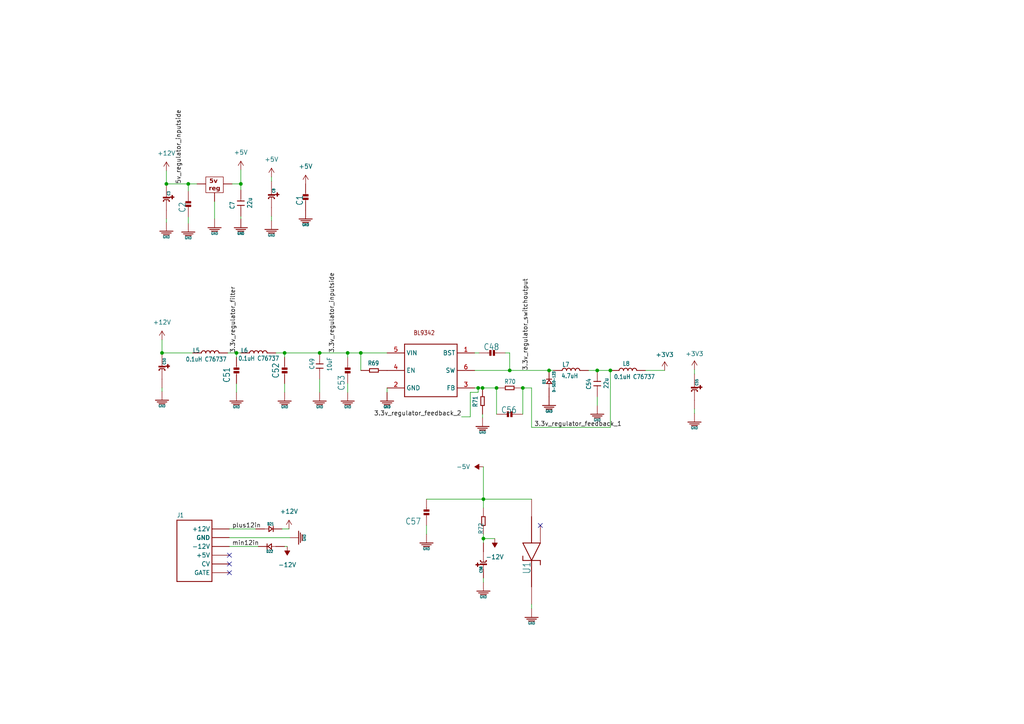
<source format=kicad_sch>
(kicad_sch (version 20221206) (generator eeschema)
  (paper "A4")
  (lib_symbols
    (symbol "TINRS - Wobbler (pico)sch-eagle-import:BL9342"
      (symbol "BL9342_1_0"
        (polyline (pts (xy -7.62 -7.62) (xy -7.62 7.62)) (stroke (width 0.254)))
        (polyline (pts (xy -7.62 7.62) (xy 7.62 7.62)) (stroke (width 0.254)))
        (polyline (pts (xy 7.62 -7.62) (xy -7.62 -7.62)) (stroke (width 0.254)))
        (polyline (pts (xy 7.62 7.62) (xy 7.62 -7.62)) (stroke (width 0.254)))
        (text "BL9342" (at -5.08 10.16 0) (effects (font (size 1.27 1.0795)) (justify left bottom)))
        (pin bidirectional line (at 12.7 5.08 180) (length 5.08) (name "BST") (number "1"))
        (pin bidirectional line (at -12.7 -5.08 0) (length 5.08) (name "GND") (number "2"))
        (pin bidirectional line (at 12.7 -5.08 180) (length 5.08) (name "FB") (number "3"))
        (pin bidirectional line (at -12.7 0 0) (length 5.08) (name "EN") (number "4"))
        (pin bidirectional line (at -12.7 5.08 0) (length 5.08) (name "VIN") (number "5"))
        (pin bidirectional line (at 12.7 0 180) (length 5.08) (name "SW") (number "6"))
      )
    )
    (symbol "TINRS - Wobbler (pico)sch-eagle-import:C-0805"
      (property "Reference" "C" (at -3.81 0 0))
      (property "Value" "C-0805" (at 0 0 0))
      (symbol "C-0805_1_0"
        (polyline (pts (xy -1.27 0) (xy -0.635 0)) (stroke (width 0.1524)))
        (polyline (pts (xy -0.635 -1.016) (xy -0.635 0)) (stroke (width 0.254)))
        (polyline (pts (xy -0.635 0) (xy -0.635 1.016)) (stroke (width 0.254)))
        (polyline (pts (xy 0.635 0) (xy 0.635 -1.016)) (stroke (width 0.254)))
        (polyline (pts (xy 0.635 0) (xy 1.27 0)) (stroke (width 0.1524)))
        (polyline (pts (xy 0.635 1.016) (xy 0.635 0)) (stroke (width 0.254)))
        (pin passive line (at -3.81 0 0) (length 2.54) (name "1") (number "1"))
        (pin passive line (at 3.81 0 180) (length 2.54) (name "2") (number "2"))
      )
    )
    (symbol "TINRS - Wobbler (pico)sch-eagle-import:C-EUC0402"
      (property "Reference" "C" (at 1.524 0.381 0))
      (property "Value" "C-EUC0402" (at 1.524 -4.699 0))
      (symbol "C-EUC0402_1_0"
        (rectangle (start -0.762 -2.032) (end 0.762 -1.524) (fill (type outline)))
        (rectangle (start -0.762 -1.016) (end 0.762 -0.508) (fill (type outline)))
        (polyline (pts (xy 0 -2.54) (xy 0 -2.032)) (stroke (width 0.1524)))
        (polyline (pts (xy 0 0) (xy 0 -0.508)) (stroke (width 0.1524)))
        (pin passive line (at 0 2.54 270) (length 2.54) (name "1") (number "1"))
        (pin passive line (at 0 -5.08 90) (length 2.54) (name "2") (number "2"))
      )
    )
    (symbol "TINRS - Wobbler (pico)sch-eagle-import:C-POLAR-A"
      (property "Reference" "C" (at -1.651 0.254 0))
      (property "Value" "C-POLAR-A" (at 0.762 0.254 0))
      (symbol "C-POLAR-A_1_0"
        (rectangle (start -1.778 1.5875) (end -0.6985 1.778) (fill (type outline)))
        (rectangle (start -1.7145 1.651) (end -0.762 1.778) (fill (type outline)))
        (rectangle (start -1.3335 1.143) (end -1.143 1.2065) (fill (type outline)))
        (rectangle (start -1.3335 1.2065) (end -1.2065 2.2225) (fill (type outline)))
        (rectangle (start -1.27 -0.9525) (end -0.9525 0.9525) (fill (type outline)))
        (rectangle (start -1.2065 1.2065) (end -1.143 2.2225) (fill (type outline)))
        (arc (start -0.508 -0.4445) (mid -0.3964 -0.7139) (end -0.127 -0.8255) (stroke (width 0.254)))
        (rectangle (start -0.127 -0.9525) (end 0 -0.6985) (fill (type outline)))
        (rectangle (start -0.127 0.6985) (end 0 0.889) (fill (type outline)))
        (arc (start -0.127 0.8255) (mid -0.3963 0.7138) (end -0.508 0.4445) (stroke (width 0.254)))
        (rectangle (start -0.127 0.889) (end 0 0.9525) (fill (type outline)))
        (polyline (pts (xy -1.27 0) (xy -2.54 0)) (stroke (width 0.1524)))
        (polyline (pts (xy -0.508 0) (xy 2.54 0)) (stroke (width 0.1524)))
        (polyline (pts (xy -0.508 0.4445) (xy -0.508 -0.4445)) (stroke (width 0.254)))
        (pin bidirectional line (at -5.08 0 0) (length 2.54) (name "1") (number "+"))
        (pin bidirectional line (at 5.08 0 180) (length 2.54) (name "2") (number "-"))
      )
    )
    (symbol "TINRS - Wobbler (pico)sch-eagle-import:D-SMA"
      (property "Reference" "D" (at 0.508 1.016 0))
      (property "Value" "D-SMA" (at 0.508 -1.016 0))
      (symbol "D-SMA_1_0"
        (polyline (pts (xy -1.27 0) (xy 0 0)) (stroke (width 0.1524)))
        (polyline (pts (xy 0 -0.762) (xy 0 0)) (stroke (width 0.254)))
        (polyline (pts (xy 0 -0.762) (xy 1.016 0)) (stroke (width 0.254)))
        (polyline (pts (xy 0 0) (xy 0 0.762)) (stroke (width 0.254)))
        (polyline (pts (xy 0 0.762) (xy 1.016 0)) (stroke (width 0.254)))
        (polyline (pts (xy 1.27 0.762) (xy 1.27 -0.762)) (stroke (width 0.254)))
        (pin passive line (at -3.81 0 0) (length 2.54) (name "+") (number "1"))
        (pin passive line (at 3.81 0 180) (length 2.54) (name "-") (number "2"))
      )
    )
    (symbol "TINRS - Wobbler (pico)sch-eagle-import:D-SOD-123"
      (property "Reference" "D" (at 0.508 1.016 0))
      (property "Value" "D-SOD-123" (at 0.508 -1.016 0))
      (symbol "D-SOD-123_1_0"
        (polyline (pts (xy -1.27 0) (xy 0 0)) (stroke (width 0.1524)))
        (polyline (pts (xy 0 -0.762) (xy 0 0)) (stroke (width 0.254)))
        (polyline (pts (xy 0 -0.762) (xy 1.016 0)) (stroke (width 0.254)))
        (polyline (pts (xy 0 0) (xy 0 0.762)) (stroke (width 0.254)))
        (polyline (pts (xy 0 0.762) (xy 1.016 0)) (stroke (width 0.254)))
        (polyline (pts (xy 1.27 0.762) (xy 1.27 -0.762)) (stroke (width 0.254)))
        (pin passive line (at -3.81 0 0) (length 2.54) (name "+") (number "+"))
        (pin passive line (at 3.81 0 180) (length 2.54) (name "-") (number "-"))
      )
    )
    (symbol "TINRS - Wobbler (pico)sch-eagle-import:GND" (power)
      (property "Value" "GND" (at 0 -1.27 0))
      (symbol "GND_1_0"
        (polyline (pts (xy -1.905 0) (xy 1.905 0)) (stroke (width 0.254)))
        (polyline (pts (xy -1.397 -0.508) (xy 1.397 -0.508)) (stroke (width 0.254)))
        (polyline (pts (xy -0.889 -1.016) (xy 0.889 -1.016)) (stroke (width 0.254)))
        (pin power_in line (at 0 2.54 270) (length 2.54) (name "GND") (number "1"))
      )
    )
    (symbol "TINRS - Wobbler (pico)sch-eagle-import:L-0805"
      (property "Reference" "L" (at -5.08 0 0))
      (property "Value" "L-0805" (at 2.54 0 0))
      (symbol "L-0805_1_0"
        (arc (start -1.27 0) (mid -1.905 0.6323) (end -2.54 0) (stroke (width 0.254)))
        (arc (start 0 0) (mid -0.635 0.6323) (end -1.27 0) (stroke (width 0.254)))
        (arc (start 1.27 0) (mid 0.635 0.6323) (end 0 0) (stroke (width 0.254)))
        (arc (start 2.54 0) (mid 1.905 0.6323) (end 1.27 0) (stroke (width 0.254)))
        (pin passive line (at -5.08 0 0) (length 2.54) (name "1") (number "1"))
        (pin passive line (at 5.08 0 180) (length 2.54) (name "2") (number "2"))
      )
    )
    (symbol "TINRS - Wobbler (pico)sch-eagle-import:L-SPD3D16-4R7M"
      (property "Reference" "L" (at -5.08 0 0))
      (property "Value" "L-SPD3D16-4R7M" (at 2.54 0 0))
      (symbol "L-SPD3D16-4R7M_1_0"
        (arc (start -1.27 0) (mid -1.905 0.6323) (end -2.54 0) (stroke (width 0.254)))
        (arc (start 0 0) (mid -0.635 0.6323) (end -1.27 0) (stroke (width 0.254)))
        (arc (start 1.27 0) (mid 0.635 0.6323) (end 0 0) (stroke (width 0.254)))
        (arc (start 2.54 0) (mid 1.905 0.6323) (end 1.27 0) (stroke (width 0.254)))
        (pin passive line (at -5.08 0 0) (length 2.54) (name "1") (number "1"))
        (pin passive line (at 5.08 0 180) (length 2.54) (name "2") (number "2"))
      )
    )
    (symbol "TINRS - Wobbler (pico)sch-eagle-import:LM4040DIM3-5.0"
      (property "Reference" "U" (at -4.826 2.7686 0))
      (property "Value" "LM4040DIM3-5.0" (at -5.5372 -8.3312 0))
      (symbol "LM4040DIM3-5.0_1_0"
        (polyline (pts (xy -2.54 -5.08) (xy -3.81 -5.08)) (stroke (width 0.254)))
        (polyline (pts (xy -2.54 -5.08) (xy -2.54 -2.54)) (stroke (width 0.254)))
        (polyline (pts (xy -2.54 -2.54) (xy -10.16 -2.54)) (stroke (width 0.254)))
        (polyline (pts (xy -2.54 -2.54) (xy -2.54 0)) (stroke (width 0.254)))
        (polyline (pts (xy -2.54 -2.54) (xy 2.54 -5.08)) (stroke (width 0.254)))
        (polyline (pts (xy -2.54 0) (xy -1.27 0)) (stroke (width 0.254)))
        (polyline (pts (xy 2.54 -5.08) (xy 2.54 -2.54)) (stroke (width 0.254)))
        (polyline (pts (xy 2.54 -2.54) (xy 2.54 0)) (stroke (width 0.254)))
        (polyline (pts (xy 2.54 0) (xy -2.54 -2.54)) (stroke (width 0.254)))
        (polyline (pts (xy 10.16 -2.54) (xy 2.54 -2.54)) (stroke (width 0.254)))
        (pin passive line (at -15.24 -2.54 0) (length 5.08) (name "CATHODE") (number "1"))
        (pin passive line (at 15.24 -2.54 180) (length 5.08) (name "ANODE") (number "2"))
        (pin passive line (at 7.62 -5.08 180) (length 5.08) (name "NC") (number "3"))
      )
    )
    (symbol "TINRS - Wobbler (pico)sch-eagle-import:POWERSHROUDED"
      (property "Reference" "J" (at -5.08 8.382 0))
      (symbol "POWERSHROUDED_1_0"
        (polyline (pts (xy -5.08 -10.16) (xy 5.08 -10.16)) (stroke (width 0.254)))
        (polyline (pts (xy -5.08 7.62) (xy -5.08 -10.16)) (stroke (width 0.254)))
        (polyline (pts (xy 5.08 -10.16) (xy 5.08 7.62)) (stroke (width 0.254)))
        (polyline (pts (xy 5.08 7.62) (xy -5.08 7.62)) (stroke (width 0.254)))
        (pin bidirectional line (at 10.16 0 180) (length 5.08) (name "-12V") (number "1"))
        (pin bidirectional line (at 10.16 5.08 180) (length 5.08) (name "+12V") (number "10"))
        (pin bidirectional line (at 10.16 -2.54 180) (length 5.08) (name "+5V") (number "11"))
        (pin bidirectional line (at 10.16 -2.54 180) (length 5.08) (name "+5V") (number "12"))
        (pin bidirectional line (at 10.16 -5.08 180) (length 5.08) (name "CV") (number "13"))
        (pin bidirectional line (at 10.16 -5.08 180) (length 5.08) (name "CV") (number "14"))
        (pin bidirectional line (at 10.16 -7.62 180) (length 5.08) (name "GATE") (number "15"))
        (pin bidirectional line (at 10.16 -7.62 180) (length 5.08) (name "GATE") (number "16"))
        (pin bidirectional line (at 10.16 0 180) (length 5.08) (name "-12V") (number "2"))
        (pin bidirectional line (at 10.16 2.54 180) (length 5.08) (name "GND") (number "3"))
        (pin bidirectional line (at 10.16 2.54 180) (length 5.08) (name "GND") (number "4"))
        (pin bidirectional line (at 10.16 2.54 180) (length 5.08) (name "GND") (number "5"))
        (pin bidirectional line (at 10.16 2.54 180) (length 5.08) (name "GND") (number "6"))
        (pin bidirectional line (at 10.16 2.54 180) (length 5.08) (name "GND") (number "7"))
        (pin bidirectional line (at 10.16 2.54 180) (length 5.08) (name "GND") (number "8"))
        (pin bidirectional line (at 10.16 5.08 180) (length 5.08) (name "+12V") (number "9"))
      )
    )
    (symbol "TINRS - Wobbler (pico)sch-eagle-import:R-0603"
      (property "Reference" "R" (at -3.81 0 0))
      (property "Value" "R-0603" (at 2.54 0 0))
      (symbol "R-0603_1_0"
        (polyline (pts (xy -1.27 -0.508) (xy -1.27 0.508)) (stroke (width 0.254)))
        (polyline (pts (xy -1.27 0.508) (xy 1.27 0.508)) (stroke (width 0.254)))
        (polyline (pts (xy 1.27 -0.508) (xy -1.27 -0.508)) (stroke (width 0.254)))
        (polyline (pts (xy 1.27 0.508) (xy 1.27 -0.508)) (stroke (width 0.254)))
        (pin passive line (at -3.81 0 0) (length 2.54) (name "1") (number "1"))
        (pin passive line (at 3.81 0 180) (length 2.54) (name "2") (number "2"))
      )
    )
    (symbol "TiNRS_Eagle:HT7550-1"
      (symbol "HT7550-1_0_1"
        (rectangle (start -2.54 2.032) (end 2.54 -2.54))
        (text "5v \nreg\n" (at 0 -0.254 0) (effects (font (size 1.27 1.27) bold)))
      )
      (symbol "HT7550-1_1_0"
        (pin bidirectional line (at 0 -5.08 90) (length 2.54) (name "GND") (number "1"))
        (pin input line (at -5.08 0 0) (length 2.54) (name "IN") (number "2"))
        (pin output line (at 5.08 0 180) (length 2.54) (name "OUT") (number "3"))
      )
    )
    (symbol "power:+12V" (power) (pin_names (offset 0))
      (property "Value" "+12V" (at 0 3.556 0))
      (symbol "+12V_0_1"
        (polyline (pts (xy -0.762 1.27) (xy 0 2.54)))
        (polyline (pts (xy 0 0) (xy 0 2.54)))
        (polyline (pts (xy 0 2.54) (xy 0.762 1.27)))
      )
      (symbol "+12V_1_1"
        (pin power_in line (at 0 0 90) (length 0) hide (name "+12V") (number "1"))
      )
    )
    (symbol "power:+3.3V" (power) (pin_names (offset 0))
      (property "Value" "+3.3V" (at 0 3.556 0))
      (symbol "+3.3V_0_1"
        (polyline (pts (xy -0.762 1.27) (xy 0 2.54)))
        (polyline (pts (xy 0 0) (xy 0 2.54)))
        (polyline (pts (xy 0 2.54) (xy 0.762 1.27)))
      )
      (symbol "+3.3V_1_1"
        (pin power_in line (at 0 0 90) (length 0) hide (name "+3V3") (number "1"))
      )
    )
    (symbol "power:+5V" (power) (pin_names (offset 0))
      (property "Value" "+5V" (at 0 3.556 0))
      (symbol "+5V_0_1"
        (polyline (pts (xy -0.762 1.27) (xy 0 2.54)))
        (polyline (pts (xy 0 0) (xy 0 2.54)))
        (polyline (pts (xy 0 2.54) (xy 0.762 1.27)))
      )
      (symbol "+5V_1_1"
        (pin power_in line (at 0 0 90) (length 0) hide (name "+5V") (number "1"))
      )
    )
    (symbol "power:-12V" (power) (pin_names (offset 0))
      (property "Value" "-12V" (at 0 3.81 0))
      (symbol "-12V_0_0"
        (pin power_in line (at 0 0 90) (length 0) hide (name "-12V") (number "1"))
      )
      (symbol "-12V_0_1"
        (polyline (pts (xy 0 0) (xy 0 1.27) (xy 0.762 1.27) (xy 0 2.54) (xy -0.762 1.27) (xy 0 1.27)) (fill (type outline)))
      )
    )
    (symbol "power:-5V" (power) (pin_names (offset 0))
      (property "Value" "-5V" (at 0 3.81 0))
      (symbol "-5V_0_0"
        (pin power_in line (at 0 0 90) (length 0) hide (name "-5V") (number "1"))
      )
      (symbol "-5V_0_1"
        (polyline (pts (xy 0 0) (xy 0 1.27) (xy 0.762 1.27) (xy 0 2.54) (xy -0.762 1.27) (xy 0 1.27)) (fill (type outline)))
      )
    )
  )
  (junction (at 92.71 102.362))
  (junction (at 82.55 102.362))
  (junction (at 140.208 144.78))
  (junction (at 147.828 107.442))
  (junction (at 173.228 107.442))
  (junction (at 48.26 53.34))
  (junction (at 69.85 53.34))
  (junction (at 54.61 53.34))
  (junction (at 100.838 102.362))
  (junction (at 68.58 102.362))
  (junction (at 177.038 107.442))
  (junction (at 140.208 156.21))
  (junction (at 46.99 102.362))
  (junction (at 159.258 107.442))
  (junction (at 104.648 102.362))
  (junction (at 138.684 112.522))
  (junction (at 139.954 112.522))
  (junction (at 151.638 112.522))
  (junction (at 144.018 112.522))
  (no_connect (at 66.548 161.036))
  (no_connect (at 66.548 166.116))
  (no_connect (at 66.548 163.576))
  (no_connect (at 156.718 152.4))
  (wire (pts (xy 69.85 53.34) (xy 69.85 55.118)))
  (wire (pts (xy 100.838 103.632) (xy 100.838 102.362)))
  (wire (pts (xy 123.698 154.94) (xy 123.698 152.4)))
  (wire (pts (xy 139.954 112.522) (xy 144.018 112.522)))
  (wire (pts (xy 48.26 64.516) (xy 48.26 63.5)))
  (wire (pts (xy 82.55 102.362) (xy 92.71 102.362)))
  (wire (pts (xy 151.638 120.142) (xy 151.638 112.522)))
  (wire (pts (xy 137.668 112.522) (xy 138.684 112.522)))
  (wire (pts (xy 74.93 158.496) (xy 66.548 158.496)))
  (wire (pts (xy 78.74 51.308) (xy 78.74 52.578)))
  (wire (pts (xy 68.58 103.632) (xy 68.58 102.362)))
  (wire (pts (xy 144.018 112.522) (xy 144.018 120.142)))
  (wire (pts (xy 81.788 153.416) (xy 83.82 153.416)))
  (wire (pts (xy 92.71 113.792) (xy 92.71 109.982)))
  (wire (pts (xy 154.178 123.952) (xy 154.178 112.522)))
  (wire (pts (xy 137.668 102.362) (xy 138.938 102.362)))
  (wire (pts (xy 48.26 49.53) (xy 48.26 53.34)))
  (wire (pts (xy 69.85 62.738) (xy 69.85 63.5)))
  (wire (pts (xy 66.04 102.362) (xy 68.58 102.362)))
  (wire (pts (xy 104.648 102.362) (xy 112.268 102.362)))
  (wire (pts (xy 67.31 53.34) (xy 69.85 53.34)))
  (wire (pts (xy 140.208 144.78) (xy 123.698 144.78)))
  (wire (pts (xy 54.61 53.34) (xy 57.15 53.34)))
  (wire (pts (xy 187.198 107.442) (xy 192.786 107.442)))
  (wire (pts (xy 201.422 107.188) (xy 201.422 108.458)))
  (wire (pts (xy 140.208 167.64) (xy 140.208 168.91)))
  (wire (pts (xy 177.038 123.952) (xy 154.178 123.952)))
  (wire (pts (xy 82.55 158.496) (xy 83.312 158.496)))
  (wire (pts (xy 136.398 113.792) (xy 138.684 113.792)))
  (wire (pts (xy 170.688 107.442) (xy 173.228 107.442)))
  (wire (pts (xy 46.99 113.538) (xy 46.99 112.522)))
  (wire (pts (xy 68.58 113.792) (xy 68.58 111.252)))
  (wire (pts (xy 147.828 107.442) (xy 159.258 107.442)))
  (wire (pts (xy 100.838 113.792) (xy 100.838 111.252)))
  (wire (pts (xy 173.228 117.602) (xy 173.228 115.062)))
  (wire (pts (xy 140.208 144.78) (xy 154.178 144.78)))
  (wire (pts (xy 80.01 102.362) (xy 82.55 102.362)))
  (wire (pts (xy 173.228 107.442) (xy 177.038 107.442)))
  (wire (pts (xy 138.684 113.792) (xy 138.684 112.522)))
  (wire (pts (xy 154.178 176.53) (xy 154.178 175.26)))
  (wire (pts (xy 68.58 102.362) (xy 69.85 102.362)))
  (wire (pts (xy 46.99 98.552) (xy 46.99 102.362)))
  (wire (pts (xy 82.55 103.632) (xy 82.55 102.362)))
  (wire (pts (xy 146.558 102.362) (xy 147.828 102.362)))
  (wire (pts (xy 140.208 156.21) (xy 143.51 156.21)))
  (wire (pts (xy 54.61 55.372) (xy 54.61 53.34)))
  (wire (pts (xy 62.23 63.5) (xy 62.23 58.42)))
  (wire (pts (xy 177.038 107.442) (xy 177.038 123.952)))
  (wire (pts (xy 48.26 53.34) (xy 54.61 53.34)))
  (wire (pts (xy 100.838 102.362) (xy 104.648 102.362)))
  (wire (pts (xy 46.99 102.362) (xy 55.88 102.362)))
  (wire (pts (xy 82.55 113.792) (xy 82.55 111.252)))
  (wire (pts (xy 140.208 147.32) (xy 140.208 144.78)))
  (wire (pts (xy 139.954 121.158) (xy 139.954 120.142)))
  (wire (pts (xy 140.208 156.21) (xy 140.208 157.48)))
  (wire (pts (xy 133.858 120.904) (xy 136.398 120.904)))
  (wire (pts (xy 138.684 112.522) (xy 139.954 112.522)))
  (wire (pts (xy 147.828 102.362) (xy 147.828 107.442)))
  (wire (pts (xy 66.548 153.416) (xy 74.168 153.416)))
  (wire (pts (xy 136.398 120.904) (xy 136.398 113.792)))
  (wire (pts (xy 69.85 49.276) (xy 69.85 53.34)))
  (wire (pts (xy 140.208 135.382) (xy 140.208 144.78)))
  (wire (pts (xy 78.74 64.008) (xy 78.74 62.738)))
  (wire (pts (xy 112.268 112.522) (xy 112.268 113.792)))
  (wire (pts (xy 54.61 64.77) (xy 54.61 62.992)))
  (wire (pts (xy 140.208 156.21) (xy 140.208 154.94)))
  (wire (pts (xy 66.548 155.956) (xy 84.074 155.956)))
  (wire (pts (xy 92.71 102.362) (xy 100.838 102.362)))
  (wire (pts (xy 201.422 119.888) (xy 201.422 118.618)))
  (wire (pts (xy 159.258 107.442) (xy 160.528 107.442)))
  (wire (pts (xy 137.668 107.442) (xy 147.828 107.442)))
  (wire (pts (xy 104.648 102.362) (xy 104.648 107.442)))
  (wire (pts (xy 154.178 112.522) (xy 151.638 112.522)))
  (label "plus12in" (at 67.31 153.416 0))
  (label "3.3v_regulator_inputside" (at 97.282 102.362 90))
  (label "3.3v_regulator_feedback_2" (at 133.858 120.904 180))
  (label "3.3v_regulator_switchoutput" (at 153.416 107.442 90))
  (label "5v_regulator_inputside" (at 52.832 53.34 90))
  (label "3.3v_regulator_filter" (at 68.58 102.362 90))
  (label "min12in" (at 67.31 158.496 0))
  (label "3.3v_regulator_feedback_1" (at 154.94 123.952 0))
  (symbol (lib_id "power:-12V") (at 83.312 158.496 180) (unit 1)
    (property "Reference" "#PWR0106" (effects hide))
    (property "Value" "-12V" (at 83.312 163.83 0))
  )
  (symbol (lib_id "TINRS - Wobbler (pico)sch-eagle-import:GND") (at 159.258 117.602 0) (unit 1)
    (property "Reference" "#GND0110" (effects hide))
    (property "Value" "GND" (at 159.258 118.872 0) (effects (font (size 0.762 0.6477)) (justify top)))
  )
  (symbol (lib_id "TINRS - Wobbler (pico)sch-eagle-import:R-0603") (at 139.954 116.332 270) (unit 1)
    (property "Reference" "R71" (at 137.16 114.808 0) (effects (font (size 1.27 1.0795)) (justify left bottom)))
    (property "Value" "16.2k" (at 140.716 114.3 0) (effects (font (size 1.27 1.0795)) (justify left bottom)))
    (property "Footprint" "Resistor_SMD:R_0402_1005Metric" (effects hide))
    (property "Value" "unknown" (effects hide))
  )
  (symbol (lib_id "TINRS - Wobbler (pico)sch-eagle-import:C-0805") (at 173.228 111.252 90) (unit 1)
    (property "Reference" "C54" (at 171.45 113.03 0) (effects (font (size 1.27 1.0795)) (justify left bottom)))
    (property "Value" "22u" (at 176.53 112.776 0) (effects (font (size 1.27 1.0795)) (justify left bottom)))
    (property "Footprint" "Capacitor_SMD:C_0805_2012Metric" (effects hide))
  )
  (symbol (lib_id "power:+3.3V") (at 192.786 107.442 0) (unit 1)
    (property "Reference" "#PWR0102" (effects hide))
    (property "Value" "+3.3V" (at 192.786 102.87 0))
  )
  (symbol (lib_id "power:+12V") (at 83.82 153.416 0) (unit 1)
    (property "Reference" "#PWR0107" (effects hide))
    (property "Value" "+12V" (at 83.82 148.336 0))
  )
  (symbol (lib_id "power:-5V") (at 140.208 135.382 90) (unit 1)
    (property "Reference" "#PWR0105" (effects hide))
    (property "Value" "-5V" (at 136.398 135.3819 90) (effects (justify left)))
  )
  (symbol (lib_id "power:+3.3V") (at 201.422 107.188 0) (unit 1)
    (property "Reference" "#PWR0101" (effects hide))
    (property "Value" "+3.3V" (at 201.422 102.616 0))
  )
  (symbol (lib_id "TINRS - Wobbler (pico)sch-eagle-import:C-POLAR-A") (at 48.26 58.42 270) (unit 1)
    (property "Reference" "C3" (at 48.514 56.769 0) (effects (font (size 0.762 0.6477)) (justify right bottom)))
    (property "Value" "10uF" (at 48.514 59.182 0) (effects (font (size 0.762 0.6477)) (justify left bottom)))
    (property "Footprint" "TiNRS_Eagle_Footprints:CASE-A_3216" (effects hide))
    (property "Value" "197427" (effects hide))
  )
  (symbol (lib_id "TINRS - Wobbler (pico)sch-eagle-import:GND") (at 82.55 116.332 0) (unit 1)
    (property "Reference" "#GND0117" (effects hide))
    (property "Value" "GND" (at 82.55 117.602 0) (effects (font (size 0.762 0.6477)) (justify top)))
  )
  (symbol (lib_id "TINRS - Wobbler (pico)sch-eagle-import:GND") (at 139.954 123.698 0) (unit 1)
    (property "Reference" "#GND0101" (effects hide))
    (property "Value" "GND" (at 139.954 124.968 0) (effects (font (size 0.762 0.6477)) (justify top)))
  )
  (symbol (lib_id "power:+12V") (at 48.26 49.53 0) (unit 1)
    (property "Reference" "#PWR0110" (effects hide))
    (property "Value" "+12V" (at 48.26 44.45 0))
  )
  (symbol (lib_id "TINRS - Wobbler (pico)sch-eagle-import:D-SMA") (at 78.74 158.496 180) (unit 1)
    (property "Reference" "D22" (at 78.232 159.512 0) (effects (font (size 0.762 0.6477)) (justify bottom)))
    (property "Value" "C8678" (at 78.232 157.48 0) (effects (font (size 0.762 0.6477)) (justify top)))
    (property "Footprint" "DO-214AC" (effects hide))
    (property "Value" "D-SMA" (effects hide))
  )
  (symbol (lib_id "TINRS - Wobbler (pico)sch-eagle-import:GND") (at 48.26 67.056 0) (unit 1)
    (property "Reference" "#GND0124" (effects hide))
    (property "Value" "GND" (at 48.26 68.326 0) (effects (font (size 0.762 0.6477)) (justify top)))
  )
  (symbol (lib_id "TINRS - Wobbler (pico)sch-eagle-import:GND") (at 69.85 66.04 0) (unit 1)
    (property "Reference" "#GND0109" (effects hide))
    (property "Value" "GND" (at 69.85 67.31 0) (effects (font (size 0.762 0.6477)) (justify top)))
  )
  (symbol (lib_id "TINRS - Wobbler (pico)sch-eagle-import:GND") (at 54.61 67.31 0) (unit 1)
    (property "Reference" "#GND0112" (effects hide))
    (property "Value" "GND" (at 54.61 68.58 0) (effects (font (size 0.762 0.6477)) (justify top)))
  )
  (symbol (lib_id "power:+5V") (at 69.85 49.276 0) (unit 1)
    (property "Reference" "#PWR0103" (effects hide))
    (property "Value" "+5V" (at 69.85 44.196 0))
  )
  (symbol (lib_id "TINRS - Wobbler (pico)sch-eagle-import:C-0805") (at 92.71 106.172 90) (unit 1)
    (property "Reference" "C49" (at 91.186 107.188 0) (effects (font (size 1.27 1.0795)) (justify left bottom)))
    (property "Value" "10uF" (at 96.266 107.696 0) (effects (font (size 1.27 1.0795)) (justify left bottom)))
    (property "Footprint" "Capacitor_SMD:C_0805_2012Metric" (effects hide))
  )
  (symbol (lib_id "TINRS - Wobbler (pico)sch-eagle-import:GND") (at 201.422 122.428 0) (unit 1)
    (property "Reference" "#GND0105" (effects hide))
    (property "Value" "GND" (at 201.422 123.698 0) (effects (font (size 0.762 0.6477)) (justify top)))
  )
  (symbol (lib_id "TINRS - Wobbler (pico)sch-eagle-import:C-POLAR-A") (at 201.422 113.538 270) (unit 1)
    (property "Reference" "C55" (at 201.676 111.887 0) (effects (font (size 0.762 0.6477)) (justify right bottom)))
    (property "Value" "10uF" (at 201.676 114.3 0) (effects (font (size 0.762 0.6477)) (justify left bottom)))
    (property "Footprint" "TiNRS_Eagle_Footprints:CASE-A_3216" (effects hide))
    (property "Value" "197427" (effects hide))
  )
  (symbol (lib_id "TINRS - Wobbler (pico)sch-eagle-import:L-0805") (at 182.118 107.442 0) (unit 1)
    (property "Reference" "L8" (at 180.594 106.172 0) (effects (font (size 1.27 1.0795)) (justify left bottom)))
    (property "Value" "0.1uH C76737 " (at 178.054 109.982 0) (effects (font (size 1.27 1.0795)) (justify left bottom)))
    (property "Footprint" "Inductor_SMD:L_0805_2012Metric" (effects hide))
  )
  (symbol (lib_id "TINRS - Wobbler (pico)sch-eagle-import:C-EUC0402") (at 68.58 108.712 180) (unit 1)
    (property "Reference" "C51" (at 64.77 106.426 90) (effects (font (size 1.778 1.5113)) (justify left bottom)))
    (property "Value" "10n" (at 69.596 105.918 90) (effects (font (size 1.778 1.5113)) (justify left bottom)))
    (property "Footprint" "Capacitor_SMD:C_0402_1005Metric" (effects hide))
    (property "Value" "1759017" (effects hide))
  )
  (symbol (lib_id "TINRS - Wobbler (pico)sch-eagle-import:C-EUC0402") (at 149.098 120.142 270) (unit 1)
    (property "Reference" "C56" (at 145.288 119.888 90) (effects (font (size 1.778 1.5113)) (justify left bottom)))
    (property "Value" "33p" (at 145.796 124.206 90) (effects (font (size 1.778 1.5113)) (justify left bottom)))
    (property "Footprint" "Capacitor_SMD:C_0402_1005Metric" (effects hide))
    (property "Value" "1759017" (effects hide))
  )
  (symbol (lib_id "TINRS - Wobbler (pico)sch-eagle-import:D-SMA") (at 77.978 153.416 0) (unit 1)
    (property "Reference" "D21" (at 78.486 152.4 0) (effects (font (size 0.762 0.6477)) (justify bottom)))
    (property "Value" "C8678" (at 78.486 154.432 0) (effects (font (size 0.762 0.6477)) (justify top)))
    (property "Footprint" "DO-214AC" (effects hide))
    (property "Value" "D-SMA" (effects hide))
  )
  (symbol (lib_id "TINRS - Wobbler (pico)sch-eagle-import:GND") (at 140.208 171.45 0) (unit 1)
    (property "Reference" "#GND0106" (effects hide))
    (property "Value" "GND" (at 140.208 172.72 0) (effects (font (size 0.762 0.6477)) (justify top)))
  )
  (symbol (lib_id "TINRS - Wobbler (pico)sch-eagle-import:C-EUC0402") (at 88.646 55.88 0) (unit 1)
    (property "Reference" "C1" (at 87.884 59.69 90) (effects (font (size 1.778 1.5113)) (justify left bottom)))
    (property "Value" "100nF" (at 92.456 60.198 90) (effects (font (size 1.778 1.5113)) (justify left bottom)))
    (property "Footprint" "Capacitor_SMD:C_0402_1005Metric" (effects hide))
    (property "Value" "1759017" (effects hide))
  )
  (symbol (lib_id "TINRS - Wobbler (pico)sch-eagle-import:R-0603") (at 140.208 151.13 90) (unit 1)
    (property "Reference" "R72" (at 140.208 154.94 0) (effects (font (size 1.27 1.0795)) (justify left bottom)))
    (property "Value" "10k" (at 140.208 148.59 0) (effects (font (size 1.27 1.0795)) (justify left bottom)))
    (property "Footprint" "Resistor_SMD:R_0402_1005Metric" (effects hide))
    (property "Value" "unknown" (effects hide))
  )
  (symbol (lib_id "TINRS - Wobbler (pico)sch-eagle-import:GND") (at 112.268 116.332 0) (unit 1)
    (property "Reference" "#GND0102" (effects hide))
    (property "Value" "GND" (at 112.268 117.602 0) (effects (font (size 0.762 0.6477)) (justify top)))
  )
  (symbol (lib_id "TINRS - Wobbler (pico)sch-eagle-import:R-0603") (at 147.828 112.522 180) (unit 1)
    (property "Reference" "R70" (at 149.606 109.982 0) (effects (font (size 1.27 1.0795)) (justify left bottom)))
    (property "Value" "49.9k" (at 150.114 113.538 0) (effects (font (size 1.27 1.0795)) (justify left bottom)))
    (property "Footprint" "Resistor_SMD:R_0402_1005Metric" (effects hide))
    (property "Value" "unknown" (effects hide))
  )
  (symbol (lib_id "TINRS - Wobbler (pico)sch-eagle-import:GND") (at 123.698 157.48 0) (unit 1)
    (property "Reference" "#GND0119" (effects hide))
    (property "Value" "GND" (at 123.698 158.75 0) (effects (font (size 0.762 0.6477)) (justify top)))
  )
  (symbol (lib_id "TINRS - Wobbler (pico)sch-eagle-import:D-SOD-123") (at 159.258 111.252 90) (unit 1)
    (property "Reference" "D3" (at 158.242 110.744 0) (effects (font (size 0.762 0.6477)) (justify bottom)))
    (property "Value" "D-SOD-123" (at 160.274 110.744 0) (effects (font (size 0.762 0.6477)) (justify top)))
    (property "Footprint" "TiNRS_Eagle_Footprints:SOD123" (effects hide))
  )
  (symbol (lib_id "TINRS - Wobbler (pico)sch-eagle-import:C-EUC0402") (at 123.698 149.86 180) (unit 1)
    (property "Reference" "C57" (at 122.174 150.241 0) (effects (font (size 1.778 1.5113)) (justify left bottom)))
    (property "Value" "100nF" (at 122.174 145.161 0) (effects (font (size 1.778 1.5113)) (justify left bottom)))
    (property "Footprint" "Capacitor_SMD:C_0402_1005Metric" (effects hide))
    (property "Value" "1301804" (effects hide))
  )
  (symbol (lib_id "TINRS - Wobbler (pico)sch-eagle-import:GND") (at 92.71 116.332 0) (unit 1)
    (property "Reference" "#GND0115" (effects hide))
    (property "Value" "GND" (at 92.71 117.602 0) (effects (font (size 0.762 0.6477)) (justify top)))
  )
  (symbol (lib_id "TINRS - Wobbler (pico)sch-eagle-import:C-EUC0402") (at 82.55 108.712 180) (unit 1)
    (property "Reference" "C52" (at 78.994 105.156 90) (effects (font (size 1.778 1.5113)) (justify left bottom)))
    (property "Value" "100nF" (at 83.566 104.394 90) (effects (font (size 1.778 1.5113)) (justify left bottom)))
    (property "Footprint" "Capacitor_SMD:C_0402_1005Metric" (effects hide))
    (property "Value" "1759017" (effects hide))
  )
  (symbol (lib_id "TINRS - Wobbler (pico)sch-eagle-import:LM4040DIM3-5.0") (at 151.638 160.02 90) (unit 1)
    (property "Reference" "U1" (at 153.924 166.624 0) (effects (font (size 2.0828 1.7703)) (justify left bottom)))
    (property "Value" "LM4040DIM3-5.0" (at 161.798 168.656 0) (effects (font (size 2.0828 1.7703)) (justify left bottom)))
    (property "Footprint" "TINRS - Wobbler (pico)sch:SOT95P237X112-3N" (effects hide))
    (property "Value" "9778330" (effects hide))
  )
  (symbol (lib_id "TINRS - Wobbler (pico)sch-eagle-import:L-0805") (at 60.96 102.362 0) (unit 1)
    (property "Reference" "L5" (at 55.88 102.362 0) (effects (font (size 1.27 1.0795)) (justify left bottom)))
    (property "Value" "0.1uH C76737 " (at 53.848 104.902 0) (effects (font (size 1.27 1.0795)) (justify left bottom)))
    (property "Footprint" "Inductor_SMD:L_0805_2012Metric" (effects hide))
  )
  (symbol (lib_id "TINRS - Wobbler (pico)sch-eagle-import:C-POLAR-A") (at 46.99 107.442 270) (unit 1)
    (property "Reference" "C50" (at 47.244 105.791 0) (effects (font (size 0.762 0.6477)) (justify right bottom)))
    (property "Value" "10uF" (at 47.244 108.204 0) (effects (font (size 0.762 0.6477)) (justify left bottom)))
    (property "Footprint" "TiNRS_Eagle_Footprints:CASE-A_3216" (effects hide))
    (property "Value" "197427" (effects hide))
  )
  (symbol (lib_id "TINRS - Wobbler (pico)sch-eagle-import:GND") (at 68.58 116.332 0) (unit 1)
    (property "Reference" "#GND0116" (effects hide))
    (property "Value" "GND" (at 68.58 117.602 0) (effects (font (size 0.762 0.6477)) (justify top)))
  )
  (symbol (lib_id "TINRS - Wobbler (pico)sch-eagle-import:POWERSHROUDED") (at 56.388 158.496 0) (unit 1)
    (property "Reference" "J1" (at 51.308 150.114 0) (effects (font (size 1.27 1.0795)) (justify left bottom)))
    (property "Value" "POWERSHROUDED" (effects hide))
    (property "Footprint" "POWER_16_SHROUDED" (effects hide))
    (property "Value" "unknown" (effects hide))
  )
  (symbol (lib_id "TINRS - Wobbler (pico)sch-eagle-import:C-POLAR-A") (at 140.208 162.56 90) (unit 1)
    (property "Reference" "C58" (at 139.954 164.211 0) (effects (font (size 0.762 0.6477)) (justify right bottom)))
    (property "Value" "10uF" (at 139.954 161.798 0) (effects (font (size 0.762 0.6477)) (justify left bottom)))
    (property "Footprint" "TiNRS_Eagle_Footprints:CASE-A_3216" (effects hide))
    (property "Value" "197427" (effects hide))
  )
  (symbol (lib_id "TINRS - Wobbler (pico)sch-eagle-import:GND") (at 78.74 66.548 0) (unit 1)
    (property "Reference" "#GND0108" (effects hide))
    (property "Value" "GND" (at 78.74 67.818 0) (effects (font (size 0.762 0.6477)) (justify top)))
  )
  (symbol (lib_id "TINRS - Wobbler (pico)sch-eagle-import:L-0805") (at 74.93 102.362 0) (unit 1)
    (property "Reference" "L6" (at 69.85 102.362 0) (effects (font (size 1.27 1.0795)) (justify left bottom)))
    (property "Value" "0.1uH C76737 " (at 69.088 104.648 0) (effects (font (size 1.27 1.0795)) (justify left bottom)))
    (property "Footprint" "Inductor_SMD:L_0805_2012Metric" (effects hide))
  )
  (symbol (lib_id "TINRS - Wobbler (pico)sch-eagle-import:C-POLAR-A") (at 78.74 57.658 270) (unit 1)
    (property "Reference" "C8" (at 78.994 56.007 0) (effects (font (size 0.762 0.6477)) (justify right bottom)))
    (property "Value" "10uF" (at 78.994 58.42 0) (effects (font (size 0.762 0.6477)) (justify left bottom)))
    (property "Footprint" "TiNRS_Eagle_Footprints:CASE-A_3216" (effects hide))
    (property "Value" "197427" (effects hide))
  )
  (symbol (lib_id "power:+12V") (at 46.99 98.552 0) (unit 1)
    (property "Reference" "#PWR0109" (effects hide))
    (property "Value" "+12V" (at 46.99 93.472 0))
  )
  (symbol (lib_id "TINRS - Wobbler (pico)sch-eagle-import:R-0603") (at 108.458 107.442 180) (unit 1)
    (property "Reference" "R69" (at 109.982 104.648 0) (effects (font (size 1.27 1.0795)) (justify left bottom)))
    (property "Value" "100k" (at 110.236 108.458 0) (effects (font (size 1.27 1.0795)) (justify left bottom)))
    (property "Footprint" "Resistor_SMD:R_0402_1005Metric" (effects hide))
    (property "Value" "unknown" (effects hide))
  )
  (symbol (lib_id "TINRS - Wobbler (pico)sch-eagle-import:GND") (at 154.178 179.07 0) (unit 1)
    (property "Reference" "#GND0107" (effects hide))
    (property "Value" "GND" (at 154.178 180.34 0) (effects (font (size 0.762 0.6477)) (justify top)))
  )
  (symbol (lib_id "TINRS - Wobbler (pico)sch-eagle-import:GND") (at 46.99 116.078 0) (unit 1)
    (property "Reference" "#GND0120" (effects hide))
    (property "Value" "GND" (at 46.99 117.348 0) (effects (font (size 0.762 0.6477)) (justify top)))
  )
  (symbol (lib_id "TINRS - Wobbler (pico)sch-eagle-import:GND") (at 88.646 63.5 0) (unit 1)
    (property "Reference" "#GND0104" (effects hide))
    (property "Value" "GND" (at 88.646 64.77 0) (effects (font (size 0.762 0.6477)) (justify top)))
  )
  (symbol (lib_id "TINRS - Wobbler (pico)sch-eagle-import:C-0805") (at 69.85 58.928 90) (unit 1)
    (property "Reference" "C7" (at 68.072 60.706 0) (effects (font (size 1.27 1.0795)) (justify left bottom)))
    (property "Value" "22u" (at 73.152 60.452 0) (effects (font (size 1.27 1.0795)) (justify left bottom)))
    (property "Footprint" "Capacitor_SMD:C_0805_2012Metric" (effects hide))
  )
  (symbol (lib_id "TINRS - Wobbler (pico)sch-eagle-import:GND") (at 86.614 155.956 90) (unit 1)
    (property "Reference" "#GND0118" (effects hide))
    (property "Value" "GND" (at 87.884 155.956 0) (effects (font (size 0.762 0.6477)) (justify top)))
  )
  (symbol (lib_id "TINRS - Wobbler (pico)sch-eagle-import:BL9342") (at 124.968 107.442 0) (unit 1)
    (property "Reference" "U$2" (effects hide))
    (property "Value" "BL9342" (effects hide))
    (property "Footprint" "Package_TO_SOT_SMD:SOT-23-6" (effects hide))
  )
  (symbol (lib_id "TINRS - Wobbler (pico)sch-eagle-import:C-EUC0402") (at 54.61 57.912 0) (unit 1)
    (property "Reference" "C2" (at 53.848 61.722 90) (effects (font (size 1.778 1.5113)) (justify left bottom)))
    (property "Value" "100nF" (at 58.42 62.23 90) (effects (font (size 1.778 1.5113)) (justify left bottom)))
    (property "Footprint" "Capacitor_SMD:C_0402_1005Metric" (effects hide))
    (property "Value" "1759017" (effects hide))
  )
  (symbol (lib_id "TINRS - Wobbler (pico)sch-eagle-import:GND") (at 173.228 120.142 0) (unit 1)
    (property "Reference" "#GND0111" (effects hide))
    (property "Value" "GND" (at 173.228 121.412 0) (effects (font (size 0.762 0.6477)) (justify top)))
  )
  (symbol (lib_id "power:+5V") (at 78.74 51.308 0) (unit 1)
    (property "Reference" "#PWR0134" (effects hide))
    (property "Value" "+5V" (at 78.74 46.228 0))
  )
  (symbol (lib_id "TINRS - Wobbler (pico)sch-eagle-import:L-SPD3D16-4R7M") (at 165.608 107.442 0) (unit 1)
    (property "Reference" "L7" (at 163.068 106.426 0) (effects (font (size 1.27 1.0795)) (justify left bottom)))
    (property "Value" "4.7uH" (at 162.814 109.728 0) (effects (font (size 1.27 1.0795)) (justify left bottom)))
    (property "Footprint" "TiNRS_Eagle_Footprints:L0420" (effects hide))
  )
  (symbol (lib_id "power:-12V") (at 143.51 156.21 180) (unit 1)
    (property "Reference" "#PWR0108" (effects hide))
    (property "Value" "-12V" (at 143.51 161.544 0))
  )
  (symbol (lib_id "power:+5V") (at 88.646 53.34 0) (unit 1)
    (property "Reference" "#PWR0104" (effects hide))
    (property "Value" "+5V" (at 88.646 48.26 0))
  )
  (symbol (lib_id "TINRS - Wobbler (pico)sch-eagle-import:GND") (at 100.838 116.332 0) (unit 1)
    (property "Reference" "#GND0103" (effects hide))
    (property "Value" "GND" (at 100.838 117.602 0) (effects (font (size 0.762 0.6477)) (justify top)))
  )
  (symbol (lib_id "TINRS - Wobbler (pico)sch-eagle-import:GND") (at 62.23 66.04 0) (unit 1)
    (property "Reference" "#GND0113" (effects hide))
    (property "Value" "GND" (at 62.23 67.31 0) (effects (font (size 0.762 0.6477)) (justify top)))
  )
  (symbol (lib_id "TINRS - Wobbler (pico)sch-eagle-import:C-EUC0402") (at 144.018 102.362 270) (unit 1)
    (property "Reference" "C48" (at 140.208 101.6 90) (effects (font (size 1.778 1.5113)) (justify left bottom)))
    (property "Value" "100nF" (at 139.7 106.172 90) (effects (font (size 1.778 1.5113)) (justify left bottom)))
    (property "Footprint" "Capacitor_SMD:C_0402_1005Metric" (effects hide))
    (property "Value" "1759017" (effects hide))
  )
  (symbol (lib_id "TiNRS_Eagle:HT7550-1") (at 62.23 53.34 0) (unit 1)
    (property "Reference" "U15" (effects hide))
    (property "Value" "HT7550-1" (effects hide))
    (property "Footprint" "Package_TO_SOT_SMD:SOT-89-3" (effects hide))
    (property "Datasheet" "https://datasheet.lcsc.com/lcsc/1811061932_Holtek-Semicon-HT7550-1_C16106.pdf" (effects hide))
    (property "LCSC" "C16106" (effects hide))
  )
  (symbol (lib_id "TINRS - Wobbler (pico)sch-eagle-import:C-EUC0402") (at 100.838 108.712 180) (unit 1)
    (property "Reference" "C53" (at 98.044 108.712 90) (effects (font (size 1.778 1.5113)) (justify left bottom)))
    (property "Value" "100nF" (at 101.092 108.712 90) (effects (font (size 1.778 1.5113)) (justify left bottom)))
    (property "Footprint" "Capacitor_SMD:C_0402_1005Metric" (effects hide))
    (property "Value" "1759017" (effects hide))
  )
)
</source>
